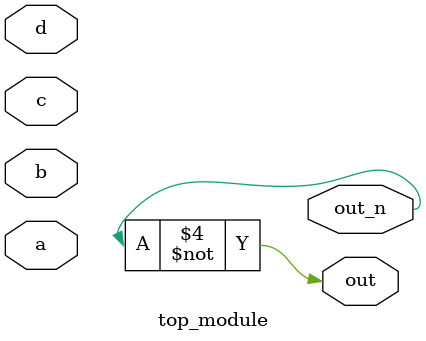
<source format=sv>
module top_module (
	input a,
	input b,
	input c,
	input d,
	output out,
	output out_n );

	// Intermediate wires
	wire intermediate1;
	wire intermediate2;

	// First layer AND gates
	and gate1 (a, b, intermediate1);
	and gate2 (c, d, intermediate2);

	// Second layer OR gate
	or gate3 (intermediate1, intermediate2, out);

	// Inverter
	not gate4 (out, out_n);

endmodule

</source>
